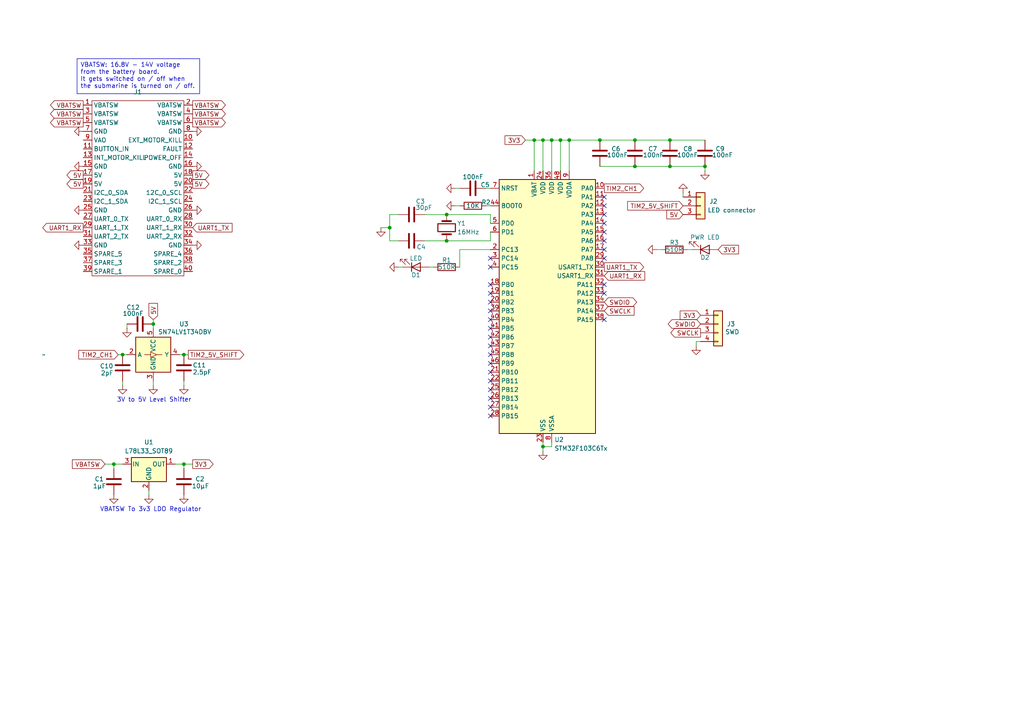
<source format=kicad_sch>
(kicad_sch (version 20231120) (generator "eeschema") (generator_version "8.0")
  (paper "A4")
  (lib_symbols
    (symbol "Connector_Generic:Conn_01x03" (pin_names (offset 1.016) hide)
      (property "Reference" "J" (at 0 5.08 0))
      (property "Value" "Conn_01x03" (at 0 -5.08 0))
      (symbol "Conn_01x03_1_1"
        (rectangle (start -1.27 -2.413) (end 0 -2.667) (stroke (width 0.1524)))
        (rectangle (start -1.27 0.127) (end 0 -0.127) (stroke (width 0.1524)))
        (rectangle (start -1.27 2.667) (end 0 2.413) (stroke (width 0.1524)))
        (rectangle (start -1.27 3.81) (end 1.27 -3.81) (stroke (width 0.254)) (fill (type background)))
        (pin passive line (at -5.08 2.54 0) (length 3.81) (name "Pin_1") (number "1"))
        (pin passive line (at -5.08 0 0) (length 3.81) (name "Pin_2") (number "2"))
        (pin passive line (at -5.08 -2.54 0) (length 3.81) (name "Pin_3") (number "3"))
      )
    )
    (symbol "Connector_Generic:Conn_01x04" (pin_names (offset 1.016) hide)
      (property "Reference" "J" (at 0 5.08 0))
      (property "Value" "Conn_01x04" (at 0 -7.62 0))
      (symbol "Conn_01x04_1_1"
        (rectangle (start -1.27 -4.953) (end 0 -5.207) (stroke (width 0.1524)))
        (rectangle (start -1.27 -2.413) (end 0 -2.667) (stroke (width 0.1524)))
        (rectangle (start -1.27 0.127) (end 0 -0.127) (stroke (width 0.1524)))
        (rectangle (start -1.27 2.667) (end 0 2.413) (stroke (width 0.1524)))
        (rectangle (start -1.27 3.81) (end 1.27 -6.35) (stroke (width 0.254)) (fill (type background)))
        (pin passive line (at -5.08 2.54 0) (length 3.81) (name "Pin_1") (number "1"))
        (pin passive line (at -5.08 0 0) (length 3.81) (name "Pin_2") (number "2"))
        (pin passive line (at -5.08 -2.54 0) (length 3.81) (name "Pin_3") (number "3"))
        (pin passive line (at -5.08 -5.08 0) (length 3.81) (name "Pin_4") (number "4"))
      )
    )
    (symbol "Device:C" (pin_numbers hide) (pin_names (offset 0.254))
      (property "Reference" "C" (at 0.635 2.54 0))
      (property "Value" "C" (at 0.635 -2.54 0))
      (symbol "C_0_1"
        (polyline (pts (xy -2.032 -0.762) (xy 2.032 -0.762)) (stroke (width 0.508)))
        (polyline (pts (xy -2.032 0.762) (xy 2.032 0.762)) (stroke (width 0.508)))
      )
      (symbol "C_1_1"
        (pin passive line (at 0 3.81 270) (length 2.794) (name "~") (number "1"))
        (pin passive line (at 0 -3.81 90) (length 2.794) (name "~") (number "2"))
      )
    )
    (symbol "Device:Crystal" (pin_numbers hide) (pin_names (offset 1.016) hide)
      (property "Reference" "Y" (at 0 3.81 0))
      (property "Value" "Crystal" (at 0 -3.81 0))
      (symbol "Crystal_0_1"
        (rectangle (start -1.143 2.54) (end 1.143 -2.54) (stroke (width 0.3048)))
        (polyline (pts (xy -2.54 0) (xy -1.905 0)))
        (polyline (pts (xy -1.905 -1.27) (xy -1.905 1.27)) (stroke (width 0.508)))
        (polyline (pts (xy 1.905 -1.27) (xy 1.905 1.27)) (stroke (width 0.508)))
        (polyline (pts (xy 2.54 0) (xy 1.905 0)))
      )
      (symbol "Crystal_1_1"
        (pin passive line (at -3.81 0 0) (length 1.27) (name "1") (number "1"))
        (pin passive line (at 3.81 0 180) (length 1.27) (name "2") (number "2"))
      )
    )
    (symbol "Device:LED" (pin_numbers hide) (pin_names (offset 1.016) hide)
      (property "Reference" "D" (at 0 2.54 0))
      (property "Value" "LED" (at 0 -2.54 0))
      (symbol "LED_0_1"
        (polyline (pts (xy -1.27 -1.27) (xy -1.27 1.27)) (stroke (width 0.254)))
        (polyline (pts (xy -1.27 0) (xy 1.27 0)))
        (polyline (pts (xy 1.27 -1.27) (xy 1.27 1.27) (xy -1.27 0) (xy 1.27 -1.27)) (stroke (width 0.254)))
        (polyline (pts (xy -3.048 -0.762) (xy -4.572 -2.286) (xy -3.81 -2.286) (xy -4.572 -2.286) (xy -4.572 -1.524)))
        (polyline (pts (xy -1.778 -0.762) (xy -3.302 -2.286) (xy -2.54 -2.286) (xy -3.302 -2.286) (xy -3.302 -1.524)))
      )
      (symbol "LED_1_1"
        (pin passive line (at -3.81 0 0) (length 2.54) (name "K") (number "1"))
        (pin passive line (at 3.81 0 180) (length 2.54) (name "A") (number "2"))
      )
    )
    (symbol "Device:R" (pin_numbers hide) (pin_names (offset 0))
      (property "Reference" "R" (at 2.032 0 90))
      (property "Value" "R" (at 0 0 90))
      (symbol "R_0_1"
        (rectangle (start -1.016 -2.54) (end 1.016 2.54) (stroke (width 0.254)))
      )
      (symbol "R_1_1"
        (pin passive line (at 0 3.81 270) (length 1.27) (name "~") (number "1"))
        (pin passive line (at 0 -3.81 90) (length 1.27) (name "~") (number "2"))
      )
    )
    (symbol "GND_1" (power) (pin_numbers hide) (pin_names (offset 0) hide)
      (property "Value" "GND" (at 0 -3.81 0))
      (symbol "GND_1_0_1"
        (polyline (pts (xy 0 0) (xy 0 -1.27) (xy 1.27 -1.27) (xy 0 -2.54) (xy -1.27 -1.27) (xy 0 -1.27)))
      )
      (symbol "GND_1_1_1"
        (pin power_in line (at 0 0 270) (length 0) (name "~") (number "1"))
      )
    )
    (symbol "Logic_LevelTranslator:SN74LV1T34DBV"
      (property "Reference" "U" (at 5.08 6.35 0))
      (property "Value" "SN74LV1T34DBV" (at 5.08 3.81 0))
      (symbol "SN74LV1T34DBV_0_1"
        (rectangle (start -5.08 5.08) (end 5.08 -5.08) (stroke (width 0.254)) (fill (type background)))
        (polyline (pts (xy -0.762 0) (xy -2.54 0)))
        (polyline (pts (xy 1.016 0) (xy 2.54 0)))
      )
      (symbol "SN74LV1T34DBV_1_1"
        (polyline (pts (xy -0.762 -0.762) (xy -0.762 0.762) (xy 1.016 0) (xy -0.762 -0.762)))
        (pin no_connect line (at -5.08 2.54 0) (length 2.54) hide (name "NC") (number "1"))
        (pin input line (at -7.62 0 0) (length 2.54) (name "A") (number "2"))
        (pin power_in line (at 0 -7.62 90) (length 2.54) (name "GND") (number "3"))
        (pin output line (at 7.62 0 180) (length 2.54) (name "Y") (number "4"))
        (pin power_in line (at 0 7.62 270) (length 2.54) (name "VCC") (number "5"))
      )
    )
    (symbol "MCU_ST_STM32F1:STM32F103C6Tx"
      (property "Reference" "U" (at -12.7 39.37 0))
      (property "Value" "STM32F103C6Tx" (at 10.16 39.37 0))
      (symbol "STM32F103C6Tx_0_1"
        (rectangle (start -12.7 -35.56) (end 15.24 38.1) (stroke (width 0.254)) (fill (type background)))
      )
      (symbol "STM32F103C6Tx_1_1"
        (pin power_in line (at -2.54 40.64 270) (length 2.54) (name "VBAT") (number "1"))
        (pin bidirectional line (at 17.78 35.56 180) (length 2.54) (name "PA0") (number "10"))
        (pin bidirectional line (at 17.78 33.02 180) (length 2.54) (name "PA1") (number "11"))
        (pin bidirectional line (at 17.78 30.48 180) (length 2.54) (name "PA2") (number "12"))
        (pin bidirectional line (at 17.78 27.94 180) (length 2.54) (name "PA3") (number "13"))
        (pin bidirectional line (at 17.78 25.4 180) (length 2.54) (name "PA4") (number "14"))
        (pin bidirectional line (at 17.78 22.86 180) (length 2.54) (name "PA5") (number "15"))
        (pin bidirectional line (at 17.78 20.32 180) (length 2.54) (name "PA6") (number "16"))
        (pin bidirectional line (at 17.78 17.78 180) (length 2.54) (name "PA7") (number "17"))
        (pin bidirectional line (at -15.24 7.62 0) (length 2.54) (name "PB0") (number "18"))
        (pin bidirectional line (at -15.24 5.08 0) (length 2.54) (name "PB1") (number "19"))
        (pin bidirectional line (at -15.24 17.78 0) (length 2.54) (name "PC13") (number "2"))
        (pin bidirectional line (at -15.24 2.54 0) (length 2.54) (name "PB2") (number "20"))
        (pin bidirectional line (at -15.24 -17.78 0) (length 2.54) (name "PB10") (number "21"))
        (pin bidirectional line (at -15.24 -20.32 0) (length 2.54) (name "PB11") (number "22"))
        (pin power_in line (at 0 -38.1 90) (length 2.54) (name "VSS") (number "23"))
        (pin power_in line (at 0 40.64 270) (length 2.54) (name "VDD") (number "24"))
        (pin bidirectional line (at -15.24 -22.86 0) (length 2.54) (name "PB12") (number "25"))
        (pin bidirectional line (at -15.24 -25.4 0) (length 2.54) (name "PB13") (number "26"))
        (pin bidirectional line (at -15.24 -27.94 0) (length 2.54) (name "PB14") (number "27"))
        (pin bidirectional line (at -15.24 -30.48 0) (length 2.54) (name "PB15") (number "28"))
        (pin bidirectional line (at 17.78 15.24 180) (length 2.54) (name "PA8") (number "29"))
        (pin bidirectional line (at -15.24 15.24 0) (length 2.54) (name "PC14") (number "3"))
        (pin bidirectional line (at 17.78 12.7 180) (length 2.54) (name "PA9") (number "30") (alternate "USART1_TX" bidirectional line))
        (pin bidirectional line (at 17.78 10.16 180) (length 2.54) (name "PA10") (number "31") (alternate "USART1_RX" bidirectional line))
        (pin bidirectional line (at 17.78 7.62 180) (length 2.54) (name "PA11") (number "32") (alternate "" input line) (alternate "" input line))
        (pin bidirectional line (at 17.78 5.08 180) (length 2.54) (name "PA12") (number "33"))
        (pin bidirectional line (at 17.78 2.54 180) (length 2.54) (name "PA13") (number "34"))
        (pin passive line (at 0 -38.1 90) (length 2.54) hide (name "VSS") (number "35"))
        (pin power_in line (at 2.54 40.64 270) (length 2.54) (name "VDD") (number "36"))
        (pin bidirectional line (at 17.78 0 180) (length 2.54) (name "PA14") (number "37"))
        (pin bidirectional line (at 17.78 -2.54 180) (length 2.54) (name "PA15") (number "38"))
        (pin bidirectional line (at -15.24 0 0) (length 2.54) (name "PB3") (number "39"))
        (pin bidirectional line (at -15.24 12.7 0) (length 2.54) (name "PC15") (number "4"))
        (pin bidirectional line (at -15.24 -2.54 0) (length 2.54) (name "PB4") (number "40"))
        (pin bidirectional line (at -15.24 -5.08 0) (length 2.54) (name "PB5") (number "41"))
        (pin bidirectional line (at -15.24 -7.62 0) (length 2.54) (name "PB6") (number "42") (alternate "USART1_TX" bidirectional line))
        (pin bidirectional line (at -15.24 -10.16 0) (length 2.54) (name "PB7") (number "43") (alternate "USART1_RX" bidirectional line))
        (pin input line (at -15.24 30.48 0) (length 2.54) (name "BOOT0") (number "44"))
        (pin bidirectional line (at -15.24 -12.7 0) (length 2.54) (name "PB8") (number "45"))
        (pin bidirectional line (at -15.24 -15.24 0) (length 2.54) (name "PB9") (number "46"))
        (pin passive line (at 0 -38.1 90) (length 2.54) hide (name "VSS") (number "47"))
        (pin power_in line (at 5.08 40.64 270) (length 2.54) (name "VDD") (number "48"))
        (pin bidirectional line (at -15.24 25.4 0) (length 2.54) (name "PD0") (number "5"))
        (pin bidirectional line (at -15.24 22.86 0) (length 2.54) (name "PD1") (number "6"))
        (pin input line (at -15.24 35.56 0) (length 2.54) (name "NRST") (number "7"))
        (pin power_in line (at 2.54 -38.1 90) (length 2.54) (name "VSSA") (number "8"))
        (pin power_in line (at 7.62 40.64 270) (length 2.54) (name "VDDA") (number "9"))
      )
    )
    (symbol "Mechatronics 40Pin:02x20_2.54mm"
      (property "Reference" "J" (at 0 0 0))
      (symbol "02x20_2.54mm_1_1"
        (rectangle (start 13.97 73.66) (end 40.64 22.86))
        (pin passive line (at 11.43 72.39 0) (length 2.54) (name "VBATSW") (number "1"))
        (pin passive line (at 43.18 62.23 180) (length 2.54) (name "EXT_MOTOR_KILL") (number "10"))
        (pin passive line (at 11.43 59.69 0) (length 2.54) (name "BUTTON_IN") (number "11"))
        (pin passive line (at 43.18 59.69 180) (length 2.54) (name "FAULT") (number "12"))
        (pin passive line (at 11.43 57.15 0) (length 2.54) (name "INT_MOTOR_KILL") (number "13"))
        (pin passive line (at 43.18 57.15 180) (length 2.54) (name "POWER_OFF") (number "14"))
        (pin passive line (at 11.43 54.61 0) (length 2.54) (name "GND") (number "15"))
        (pin passive line (at 43.18 54.61 180) (length 2.54) (name "GND") (number "16"))
        (pin passive line (at 11.43 52.07 0) (length 2.54) (name "5V") (number "17"))
        (pin passive line (at 43.18 52.07 180) (length 2.54) (name "5V") (number "18"))
        (pin passive line (at 11.43 49.53 0) (length 2.54) (name "5V") (number "19"))
        (pin passive line (at 43.18 72.39 180) (length 2.54) (name "VBATSW") (number "2"))
        (pin passive line (at 43.18 49.53 180) (length 2.54) (name "5V") (number "20"))
        (pin passive line (at 11.43 46.99 0) (length 2.54) (name "I2C_0_SDA") (number "21"))
        (pin passive line (at 43.18 46.99 180) (length 2.54) (name "12C_0_SCL") (number "22"))
        (pin passive line (at 11.43 44.45 0) (length 2.54) (name "I2C_1_SDA") (number "23"))
        (pin passive line (at 43.18 44.45 180) (length 2.54) (name "I2C_1_SCL") (number "24"))
        (pin passive line (at 11.43 41.91 0) (length 2.54) (name "GND") (number "25"))
        (pin passive line (at 43.18 41.91 180) (length 2.54) (name "GND") (number "26"))
        (pin passive line (at 11.43 39.37 0) (length 2.54) (name "UART_0_TX") (number "27"))
        (pin passive line (at 43.18 39.37 180) (length 2.54) (name "UART_0_RX") (number "28"))
        (pin passive line (at 11.43 36.83 0) (length 2.54) (name "UART_1_TX") (number "29"))
        (pin passive line (at 11.43 69.85 0) (length 2.54) (name "VBATSW") (number "3"))
        (pin passive line (at 43.18 36.83 180) (length 2.54) (name "UART_1_RX") (number "30"))
        (pin passive line (at 11.43 34.29 0) (length 2.54) (name "UART_2_TX") (number "31"))
        (pin passive line (at 43.18 34.29 180) (length 2.54) (name "UART_2_RX") (number "32"))
        (pin passive line (at 11.43 31.75 0) (length 2.54) (name "GND") (number "33"))
        (pin passive line (at 43.18 31.75 180) (length 2.54) (name "GND") (number "34"))
        (pin passive line (at 11.43 29.21 0) (length 2.54) (name "SPARE_5") (number "35"))
        (pin passive line (at 43.18 29.21 180) (length 2.54) (name "SPARE_4") (number "36"))
        (pin passive line (at 11.43 26.67 0) (length 2.54) (name "SPARE_3") (number "37"))
        (pin passive line (at 43.18 26.67 180) (length 2.54) (name "SPARE_2") (number "38"))
        (pin passive line (at 11.43 24.13 0) (length 2.54) (name "SPARE_1") (number "39"))
        (pin passive line (at 43.18 69.85 180) (length 2.54) (name "VBATSW") (number "4"))
        (pin passive line (at 43.18 24.13 180) (length 2.54) (name "SPARE_0") (number "40"))
        (pin passive line (at 11.43 67.31 0) (length 2.54) (name "VBATSW") (number "5"))
        (pin passive line (at 43.18 67.31 180) (length 2.54) (name "VBATSW") (number "6"))
        (pin passive line (at 11.43 64.77 0) (length 2.54) (name "GND") (number "7"))
        (pin passive line (at 43.18 64.77 180) (length 2.54) (name "GND") (number "8"))
        (pin passive line (at 11.43 62.23 0) (length 2.54) (name "VAO") (number "9"))
      )
    )
    (symbol "Regulator_Linear:L78L33_SOT89" (pin_names (offset 0.254))
      (property "Reference" "U" (at -3.81 3.175 0))
      (property "Value" "L78L33_SOT89" (at -0.635 3.175 0))
      (symbol "L78L33_SOT89_0_1"
        (rectangle (start -5.08 1.905) (end 5.08 -5.08) (stroke (width 0.254)) (fill (type background)))
      )
      (symbol "L78L33_SOT89_1_1"
        (pin power_out line (at 7.62 0 180) (length 2.54) (name "OUT") (number "1"))
        (pin power_in line (at 0 -7.62 90) (length 2.54) (name "GND") (number "2"))
        (pin power_in line (at -7.62 0 0) (length 2.54) (name "IN") (number "3"))
      )
    )
    (symbol "power:GND" (power) (pin_names (offset 0))
      (property "Value" "GND" (at 0 -3.81 0))
      (symbol "GND_0_1"
        (polyline (pts (xy 0 0) (xy 0 -1.27) (xy 1.27 -1.27) (xy 0 -2.54) (xy -1.27 -1.27) (xy 0 -1.27)))
      )
      (symbol "GND_1_1"
        (pin power_in line (at 0 0 270) (length 0) hide (name "GND") (number "1"))
      )
    )
  )
  (junction (at 53.34 102.87))
  (junction (at 165.1 40.64))
  (junction (at 154.94 40.64))
  (junction (at 129.54 69.85))
  (junction (at 129.54 62.23))
  (junction (at 113.03 66.04))
  (junction (at 53.34 134.62))
  (junction (at 194.31 48.26))
  (junction (at 160.02 40.64))
  (junction (at 157.48 129.54))
  (junction (at 33.02 134.62))
  (junction (at 184.15 48.26))
  (junction (at 194.31 40.64))
  (junction (at 44.45 93.98))
  (junction (at 157.48 40.64))
  (junction (at 35.56 102.87))
  (junction (at 173.99 40.64))
  (junction (at 162.56 40.64))
  (junction (at 204.47 48.26))
  (junction (at 184.15 40.64))
  (no_connect (at 175.26 62.23))
  (no_connect (at 175.26 57.15))
  (no_connect (at 142.24 118.11))
  (no_connect (at 142.24 95.25))
  (no_connect (at 142.24 115.57))
  (no_connect (at 175.26 72.39))
  (no_connect (at 175.26 85.09))
  (no_connect (at 142.24 105.41))
  (no_connect (at 175.26 74.93))
  (no_connect (at 142.24 107.95))
  (no_connect (at 142.24 100.33))
  (no_connect (at 175.26 92.71))
  (no_connect (at 175.26 59.69))
  (no_connect (at 142.24 85.09))
  (no_connect (at 142.24 90.17))
  (no_connect (at 142.24 77.47))
  (no_connect (at 175.26 69.85))
  (no_connect (at 142.24 82.55))
  (no_connect (at 175.26 64.77))
  (no_connect (at 142.24 113.03))
  (no_connect (at 142.24 97.79))
  (no_connect (at 142.24 74.93))
  (no_connect (at 175.26 67.31))
  (no_connect (at 142.24 120.65))
  (no_connect (at 175.26 82.55))
  (no_connect (at 142.24 92.71))
  (no_connect (at 142.24 110.49))
  (no_connect (at 142.24 87.63))
  (no_connect (at 142.24 102.87))
  (wire (pts (xy 132.08 59.69) (xy 133.35 59.69)))
  (wire (pts (xy 133.35 72.39) (xy 133.35 77.47)))
  (wire (pts (xy 160.02 129.54) (xy 160.02 128.27)))
  (wire (pts (xy 115.57 77.47) (xy 116.84 77.47)))
  (wire (pts (xy 140.97 54.61) (xy 142.24 54.61)))
  (wire (pts (xy 173.99 48.26) (xy 184.15 48.26)))
  (wire (pts (xy 115.57 62.23) (xy 113.03 62.23)))
  (wire (pts (xy 142.24 62.23) (xy 142.24 64.77)))
  (wire (pts (xy 194.31 48.26) (xy 204.47 48.26)))
  (wire (pts (xy 154.94 49.53) (xy 154.94 40.64)))
  (wire (pts (xy 162.56 40.64) (xy 162.56 49.53)))
  (wire (pts (xy 53.34 134.62) (xy 55.88 134.62)))
  (wire (pts (xy 113.03 66.04) (xy 113.03 69.85)))
  (wire (pts (xy 160.02 40.64) (xy 162.56 40.64)))
  (wire (pts (xy 113.03 69.85) (xy 115.57 69.85)))
  (wire (pts (xy 35.56 110.49) (xy 35.56 111.76)))
  (wire (pts (xy 30.48 134.62) (xy 33.02 134.62)))
  (wire (pts (xy 113.03 62.23) (xy 113.03 66.04)))
  (wire (pts (xy 199.39 72.39) (xy 200.66 72.39)))
  (wire (pts (xy 44.45 92.71) (xy 44.45 93.98)))
  (wire (pts (xy 165.1 40.64) (xy 173.99 40.64)))
  (wire (pts (xy 43.18 142.24) (xy 43.18 143.51)))
  (wire (pts (xy 129.54 62.23) (xy 142.24 62.23)))
  (wire (pts (xy 157.48 128.27) (xy 157.48 129.54)))
  (wire (pts (xy 133.35 72.39) (xy 142.24 72.39)))
  (wire (pts (xy 162.56 40.64) (xy 165.1 40.64)))
  (wire (pts (xy 36.83 93.98) (xy 36.83 95.25)))
  (wire (pts (xy 160.02 40.64) (xy 160.02 49.53)))
  (wire (pts (xy 157.48 40.64) (xy 160.02 40.64)))
  (wire (pts (xy 184.15 48.26) (xy 194.31 48.26)))
  (wire (pts (xy 53.34 110.49) (xy 53.34 111.76)))
  (wire (pts (xy 173.99 40.64) (xy 184.15 40.64)))
  (wire (pts (xy 44.45 93.98) (xy 44.45 95.25)))
  (wire (pts (xy 154.94 40.64) (xy 157.48 40.64)))
  (wire (pts (xy 157.48 40.64) (xy 157.48 49.53)))
  (wire (pts (xy 142.24 69.85) (xy 142.24 67.31)))
  (wire (pts (xy 34.29 102.87) (xy 35.56 102.87)))
  (wire (pts (xy 198.12 55.88) (xy 198.12 57.15)))
  (wire (pts (xy 132.08 54.61) (xy 133.35 54.61)))
  (wire (pts (xy 53.34 102.87) (xy 54.61 102.87)))
  (wire (pts (xy 123.19 62.23) (xy 129.54 62.23)))
  (wire (pts (xy 52.07 102.87) (xy 53.34 102.87)))
  (wire (pts (xy 129.54 69.85) (xy 142.24 69.85)))
  (wire (pts (xy 184.15 40.64) (xy 194.31 40.64)))
  (wire (pts (xy 35.56 134.62) (xy 33.02 134.62)))
  (wire (pts (xy 152.4 40.64) (xy 154.94 40.64)))
  (wire (pts (xy 140.97 59.69) (xy 142.24 59.69)))
  (wire (pts (xy 53.34 134.62) (xy 53.34 135.89)))
  (wire (pts (xy 110.49 66.04) (xy 113.03 66.04)))
  (wire (pts (xy 165.1 40.64) (xy 165.1 49.53)))
  (wire (pts (xy 44.45 110.49) (xy 44.45 111.76)))
  (wire (pts (xy 204.47 48.26) (xy 204.47 49.53)))
  (wire (pts (xy 35.56 102.87) (xy 36.83 102.87)))
  (wire (pts (xy 157.48 129.54) (xy 157.48 130.81)))
  (wire (pts (xy 123.19 69.85) (xy 129.54 69.85)))
  (wire (pts (xy 33.02 134.62) (xy 33.02 135.89)))
  (wire (pts (xy 194.31 40.64) (xy 204.47 40.64)))
  (wire (pts (xy 201.93 99.06) (xy 201.93 100.33)))
  (wire (pts (xy 203.2 99.06) (xy 201.93 99.06)))
  (wire (pts (xy 157.48 129.54) (xy 160.02 129.54)))
  (wire (pts (xy 50.8 134.62) (xy 53.34 134.62)))
  (wire (pts (xy 190.5 72.39) (xy 191.77 72.39)))
  (wire (pts (xy 124.46 77.47) (xy 125.73 77.47)))
  (text_box "VBATSW: 16.8V - 14V voltage from the battery board.\nIt gets switched on / off when the submarine is turned on / off." (at 22.352 17.018 0) (size 35.56 10.16) (effects (font (size 1.27 1.27)) (justify left top)))
  (text "3V to 5V Level Shifter" (at 44.704 116.078 0) (effects (font (size 1.27 1.27))))
  (text "VBATSW To 3v3 LDO Regulator\n" (at 43.688 147.828 0) (effects (font (size 1.27 1.27))))
  (global_label "SWDIO" (shape bidirectional) (at 203.2 93.98 180) (property "Intersheetrefs" "${INTERSHEET_REFS}" (effects (hide yes))))
  (global_label "VBATSW" (shape output) (at 24.13 30.48 180) (property "Intersheetrefs" "${INTERSHEET_REFS}" (effects (hide yes))))
  (global_label "3V3" (shape input) (at 208.28 72.39 0) (property "Intersheetrefs" "${INTERSHEET_REFS}" (effects (hide yes))))
  (global_label "UART1_TX" (shape output) (at 175.26 77.47 0) (property "Intersheetrefs" "${INTERSHEET_REFS}" (effects (hide yes))))
  (global_label "TIM2_5V_SHIFT" (shape input) (at 198.12 59.69 180) (property "Intersheetrefs" "${INTERSHEET_REFS}" (effects (hide yes))))
  (global_label "5V" (shape input) (at 198.12 62.23 180) (property "Intersheetrefs" "${INTERSHEET_REFS}" (effects (hide yes))))
  (global_label "5V" (shape output) (at 55.88 50.8 0) (property "Intersheetrefs" "${INTERSHEET_REFS}" (effects (hide yes))))
  (global_label "UART1_TX" (shape input) (at 55.88 66.04 0) (property "Intersheetrefs" "${INTERSHEET_REFS}" (effects (hide yes))))
  (global_label "VBATSW" (shape output) (at 55.88 30.48 0) (property "Intersheetrefs" "${INTERSHEET_REFS}" (effects (hide yes))))
  (global_label "5V" (shape output) (at 55.88 53.34 0) (property "Intersheetrefs" "${INTERSHEET_REFS}" (effects (hide yes))))
  (global_label "5V" (shape output) (at 24.13 53.34 180) (property "Intersheetrefs" "${INTERSHEET_REFS}" (effects (hide yes))))
  (global_label "SWCLK" (shape output) (at 203.2 96.52 180) (property "Intersheetrefs" "${INTERSHEET_REFS}" (effects (hide yes))))
  (global_label "TIM2_5V_SHIFT" (shape output) (at 54.61 102.87 0) (property "Intersheetrefs" "${INTERSHEET_REFS}" (effects (hide yes))))
  (global_label "5V" (shape input) (at 44.45 92.71 90) (property "Intersheetrefs" "${INTERSHEET_REFS}" (effects (hide yes))))
  (global_label "TIM2_CH1" (shape input) (at 34.29 102.87 180) (property "Intersheetrefs" "${INTERSHEET_REFS}" (effects (hide yes))))
  (global_label "VBATSW" (shape output) (at 55.88 33.02 0) (property "Intersheetrefs" "${INTERSHEET_REFS}" (effects (hide yes))))
  (global_label "VBATSW" (shape output) (at 24.13 33.02 180) (property "Intersheetrefs" "${INTERSHEET_REFS}" (effects (hide yes))))
  (global_label "VBATSW" (shape input) (at 30.48 134.62 180) (property "Intersheetrefs" "${INTERSHEET_REFS}" (effects (hide yes))))
  (global_label "VBATSW" (shape output) (at 55.88 35.56 0) (property "Intersheetrefs" "${INTERSHEET_REFS}" (effects (hide yes))))
  (global_label "SWDIO" (shape bidirectional) (at 175.26 87.63 0) (property "Intersheetrefs" "${INTERSHEET_REFS}" (effects (hide yes))))
  (global_label "SWCLK" (shape input) (at 175.26 90.17 0) (property "Intersheetrefs" "${INTERSHEET_REFS}" (effects (hide yes))))
  (global_label "5V" (shape output) (at 24.13 50.8 180) (property "Intersheetrefs" "${INTERSHEET_REFS}" (effects (hide yes))))
  (global_label "3V3" (shape input) (at 152.4 40.64 180) (property "Intersheetrefs" "${INTERSHEET_REFS}" (effects (hide yes))))
  (global_label "UART1_RX" (shape input) (at 175.26 80.01 0) (property "Intersheetrefs" "${INTERSHEET_REFS}" (effects (hide yes))))
  (global_label "3V3" (shape output) (at 55.88 134.62 0) (property "Intersheetrefs" "${INTERSHEET_REFS}" (effects (hide yes))))
  (global_label "TIM2_CH1" (shape output) (at 175.26 54.61 0) (property "Intersheetrefs" "${INTERSHEET_REFS}" (effects (hide yes))))
  (global_label "3V3" (shape input) (at 203.2 91.44 180) (property "Intersheetrefs" "${INTERSHEET_REFS}" (effects (hide yes))))
  (global_label "VBATSW" (shape output) (at 24.13 35.56 180) (property "Intersheetrefs" "${INTERSHEET_REFS}" (effects (hide yes))))
  (global_label "UART1_RX" (shape output) (at 24.13 66.04 180) (property "Intersheetrefs" "${INTERSHEET_REFS}" (effects (hide yes))))
  (symbol (lib_id "power:GND") (at 24.13 48.26 270) (unit 1)
    (property "Reference" "#PWR02" (effects (hide yes)))
    (property "Value" "GND" (effects (hide yes)))
  )
  (symbol (lib_id "Device:C") (at 53.34 139.7 0) (unit 1)
    (property "Reference" "C2" (at 56.642 138.938 0) (effects (justify left)))
    (property "Value" "10μF" (at 55.626 140.97 0) (effects (justify left)))
    (property "Footprint" "Capacitor_SMD:C_0805_2012Metric" (effects (hide yes)))
    (property "Description" "Unpolarized capacitor" (effects (hide yes)))
  )
  (symbol (lib_id "Device:C") (at 194.31 44.45 0) (unit 1)
    (property "Reference" "C8" (at 198.12 43.1799 0) (effects (justify left)))
    (property "Value" "100nF" (at 196.342 44.958 0) (effects (justify left)))
    (property "Footprint" "Capacitor_SMD:C_0603_1608Metric" (effects (hide yes)))
    (property "Description" "Unpolarized capacitor" (effects (hide yes)))
  )
  (symbol (lib_id "power:GND") (at 33.02 143.51 0) (unit 1)
    (property "Reference" "#PWR09" (effects (hide yes)))
    (property "Value" "GND" (effects (hide yes)))
    (property "Description" "Power symbol creates a global label with name \"GND\" , ground" (effects (hide yes)))
  )
  (symbol (lib_name "GND_1") (lib_id "power:GND") (at 36.83 95.25 0) (unit 1)
    (property "Reference" "#PWR024" (effects (hide yes)))
    (property "Value" "GND" (effects (hide yes)))
    (property "Description" "Power symbol creates a global label with name \"GND\" , ground" (effects (hide yes)))
  )
  (symbol (lib_id "Device:C") (at 119.38 62.23 90) (unit 1)
    (property "Reference" "C3" (at 121.92 58.42 90))
    (property "Value" "30pF" (at 122.936 60.198 90))
    (property "Footprint" "Capacitor_SMD:C_0805_2012Metric" (effects (hide yes)))
    (property "Description" "Unpolarized capacitor" (effects (hide yes)))
  )
  (symbol (lib_id "Device:R") (at 195.58 72.39 270) (unit 1)
    (property "Reference" "R3" (at 195.58 70.358 90))
    (property "Value" "510R" (at 195.58 72.39 90))
    (property "Footprint" "Resistor_SMD:R_0805_2012Metric" (effects (hide yes)))
    (property "Description" "Resistor" (effects (hide yes)))
  )
  (symbol (lib_id "power:GND") (at 201.93 100.33 0) (unit 1)
    (property "Reference" "#PWR019" (effects (hide yes)))
    (property "Value" "GND" (effects (hide yes)))
    (property "Description" "Power symbol creates a global label with name \"GND\" , ground" (effects (hide yes)))
  )
  (symbol (lib_id "Device:C") (at 33.02 139.7 0) (unit 1)
    (property "Reference" "C1" (at 27.432 138.938 0) (effects (justify left)))
    (property "Value" "1μF" (at 26.924 140.97 0) (effects (justify left)))
    (property "Footprint" "Capacitor_SMD:C_0805_2012Metric" (effects (hide yes)))
    (property "Description" "Unpolarized capacitor" (effects (hide yes)))
  )
  (symbol (lib_id "power:GND") (at 132.08 54.61 270) (unit 1)
    (property "Reference" "#PWR014" (effects (hide yes)))
    (property "Value" "GND" (effects (hide yes)))
    (property "Description" "Power symbol creates a global label with name \"GND\" , ground" (effects (hide yes)))
  )
  (symbol (lib_id "power:GND") (at 53.34 143.51 0) (unit 1)
    (property "Reference" "#PWR011" (effects (hide yes)))
    (property "Value" "GND" (effects (hide yes)))
    (property "Description" "Power symbol creates a global label with name \"GND\" , ground" (effects (hide yes)))
  )
  (symbol (lib_id "Device:LED") (at 204.47 72.39 0) (mirror x) (unit 1)
    (property "Reference" "D2" (at 204.47 74.676 0))
    (property "Value" "PWR LED" (at 204.47 68.834 0))
    (property "Footprint" "LED_SMD:LED_0805_2012Metric" (effects (hide yes)))
    (property "Description" "Light emitting diode" (effects (hide yes)))
  )
  (symbol (lib_id "power:GND") (at 204.47 49.53 0) (unit 1)
    (property "Reference" "#PWR020" (effects (hide yes)))
    (property "Value" "GND" (effects (hide yes)))
    (property "Description" "Power symbol creates a global label with name \"GND\" , ground" (effects (hide yes)))
  )
  (symbol (lib_id "power:GND") (at 55.88 48.26 90) (unit 1)
    (property "Reference" "#PWR06" (effects (hide yes)))
    (property "Value" "GND" (effects (hide yes)))
  )
  (symbol (lib_id "power:GND") (at 55.88 60.96 90) (unit 1)
    (property "Reference" "#PWR07" (effects (hide yes)))
    (property "Value" "GND" (effects (hide yes)))
  )
  (symbol (lib_id "MCU_ST_STM32F1:STM32F103C6Tx") (at 157.48 90.17 0) (unit 1)
    (property "Reference" "U2" (at 160.782 127.508 0) (effects (justify left)))
    (property "Value" "STM32F103C6Tx" (at 160.782 130.048 0) (effects (justify left)))
    (property "Footprint" "Package_QFP:LQFP-48_7x7mm_P0.5mm" (effects (hide yes)))
    (property "Datasheet" "https://www.st.com/resource/en/datasheet/stm32f103c6.pdf" (effects (hide yes)))
    (property "Description" "STMicroelectronics Arm Cortex-M3 MCU, 32KB flash, 10KB RAM, 72 MHz, 2.0-3.6V, 37 GPIO, LQFP48" (effects (hide yes)))
    (pin "30" (alternate "USART1_TX"))
    (pin "31" (alternate "USART1_RX"))
    (pin "32" (alternate "PA11"))
  )
  (symbol (lib_id "Logic_LevelTranslator:SN74LV1T34DBV") (at 44.45 102.87 0) (unit 1)
    (property "Reference" "U3" (at 53.34 93.98 0))
    (property "Value" "SN74LV1T34DBV" (at 53.594 96.266 0))
    (property "Footprint" "Package_TO_SOT_SMD:SOT-23-5" (effects (hide yes)))
    (property "Datasheet" "https://www.ti.com/lit/ds/symlink/sn74lv1t34.pdf" (effects (hide yes)))
    (property "Description" "Single Power Supply, Single Buffer GATE, CMOS Logic, Level Shifter, SOT-23-5" (effects (hide yes)))
  )
  (symbol (lib_id "power:GND") (at 24.13 60.96 270) (unit 1)
    (property "Reference" "#PWR03" (effects (hide yes)))
    (property "Value" "GND" (effects (hide yes)))
  )
  (symbol (lib_id "Device:LED") (at 120.65 77.47 0) (mirror x) (unit 1)
    (property "Reference" "D1" (at 120.65 79.756 0))
    (property "Value" "LED" (at 120.65 74.93 0))
    (property "Footprint" "LED_SMD:LED_0805_2012Metric" (effects (hide yes)))
    (property "Description" "Light emitting diode" (effects (hide yes)))
  )
  (symbol (lib_id "Device:C") (at 119.38 69.85 90) (unit 1)
    (property "Reference" "C4" (at 122.174 71.628 90))
    (property "Value" "30pF" (effects (hide yes)))
    (property "Footprint" "Capacitor_SMD:C_0805_2012Metric" (effects (hide yes)))
    (property "Description" "Unpolarized capacitor" (effects (hide yes)))
  )
  (symbol (lib_id "Connector_Generic:Conn_01x04") (at 208.28 93.98 0) (unit 1)
    (property "Reference" "J3" (at 210.82 93.9799 0) (effects (justify left)))
    (property "Value" "SWD" (at 210.312 96.266 0) (effects (justify left)))
    (property "Footprint" "Connector_PinSocket_2.54mm:PinSocket_1x04_P2.54mm_Vertical" (effects (hide yes)))
    (property "Description" "Generic connector, single row, 01x04, script generated (kicad-library-utils/schlib/autogen/connector/)" (effects (hide yes)))
  )
  (symbol (lib_id "Device:R") (at 137.16 59.69 270) (unit 1)
    (property "Reference" "R2" (at 140.97 58.674 90))
    (property "Value" "10K" (at 137.16 59.69 90))
    (property "Footprint" "Resistor_SMD:R_0805_2012Metric" (effects (hide yes)))
    (property "Description" "Resistor" (effects (hide yes)))
  )
  (symbol (lib_id "Device:C") (at 35.56 106.68 0) (unit 1)
    (property "Reference" "C10" (at 28.956 106.172 0) (effects (justify left)))
    (property "Value" "2pF" (at 29.21 108.204 0) (effects (justify left)))
    (property "Footprint" "Capacitor_SMD:C_0805_2012Metric" (effects (hide yes)))
    (property "Description" "Unpolarized capacitor" (effects (hide yes)))
  )
  (symbol (lib_id "power:GND") (at 115.57 77.47 270) (unit 1)
    (property "Reference" "#PWR013" (effects (hide yes)))
    (property "Value" "GND" (effects (hide yes)))
    (property "Description" "Power symbol creates a global label with name \"GND\" , ground" (effects (hide yes)))
  )
  (symbol (lib_id "Device:C") (at 40.64 93.98 90) (unit 1)
    (property "Reference" "C12" (at 38.608 89.154 90))
    (property "Value" "100nF" (at 38.608 90.932 90))
    (property "Footprint" "Capacitor_SMD:C_0603_1608Metric" (effects (hide yes)))
    (property "Description" "Unpolarized capacitor" (effects (hide yes)))
  )
  (symbol (lib_id "Connector_Generic:Conn_01x03") (at 203.2 59.69 0) (unit 1)
    (property "Reference" "J2" (at 205.74 58.4199 0) (effects (justify left)))
    (property "Value" "LED connector" (at 205.232 60.96 0) (effects (justify left)))
    (property "Footprint" "Connector_PinHeader_2.54mm:PinHeader_1x03_P2.54mm_Vertical" (effects (hide yes)))
    (property "Description" "Generic connector, single row, 01x03, script generated (kicad-library-utils/schlib/autogen/connector/)" (effects (hide yes)))
  )
  (symbol (lib_id "power:GND") (at 157.48 130.81 0) (unit 1)
    (property "Reference" "#PWR016" (effects (hide yes)))
    (property "Value" "GND" (effects (hide yes)))
    (property "Description" "Power symbol creates a global label with name \"GND\" , ground" (effects (hide yes)))
  )
  (symbol (lib_id "Mechatronics 40Pin:02x20_2.54mm") (at 12.7 102.87 0) (unit 1)
    (property "Reference" "J1" (at 40.005 26.67 0))
    (property "Value" "~" (at 12.7 102.87 0))
    (property "Footprint" "Connector_PinHeader_2.54mm:PinHeader_2x20_P2.54mm_Vertical" (effects (hide yes)))
  )
  (symbol (lib_name "GND_1") (lib_id "power:GND") (at 44.45 111.76 0) (unit 1)
    (property "Reference" "#PWR021" (effects (hide yes)))
    (property "Value" "GND" (effects (hide yes)))
    (property "Description" "Power symbol creates a global label with name \"GND\" , ground" (effects (hide yes)))
  )
  (symbol (lib_id "Device:C") (at 173.99 44.45 0) (unit 1)
    (property "Reference" "C6" (at 177.292 43.18 0) (effects (justify left)))
    (property "Value" "100nF" (at 176.022 44.958 0) (effects (justify left)))
    (property "Footprint" "Capacitor_SMD:C_0603_1608Metric" (effects (hide yes)))
    (property "Description" "Unpolarized capacitor" (effects (hide yes)))
  )
  (symbol (lib_id "Device:Crystal") (at 129.54 66.04 90) (unit 1)
    (property "Reference" "Y1" (at 132.588 64.77 90) (effects (justify right)))
    (property "Value" "16MHz" (at 132.588 67.31 90) (effects (justify right)))
    (property "Footprint" "Crystal:Crystal_HC49-4H_Vertical" (effects (hide yes)))
    (property "Description" "Two pin crystal" (effects (hide yes)))
  )
  (symbol (lib_name "GND_1") (lib_id "power:GND") (at 35.56 111.76 0) (unit 1)
    (property "Reference" "#PWR022" (effects (hide yes)))
    (property "Value" "GND" (effects (hide yes)))
    (property "Description" "Power symbol creates a global label with name \"GND\" , ground" (effects (hide yes)))
  )
  (symbol (lib_id "power:GND") (at 24.13 71.12 270) (unit 1)
    (property "Reference" "#PWR04" (effects (hide yes)))
    (property "Value" "GND" (effects (hide yes)))
  )
  (symbol (lib_id "Device:C") (at 184.15 44.45 0) (unit 1)
    (property "Reference" "C7" (at 187.96 43.1799 0) (effects (justify left)))
    (property "Value" "100nF" (at 186.436 44.958 0) (effects (justify left)))
    (property "Footprint" "Capacitor_SMD:C_0603_1608Metric" (effects (hide yes)))
    (property "Description" "Unpolarized capacitor" (effects (hide yes)))
  )
  (symbol (lib_id "Device:C") (at 137.16 54.61 90) (unit 1)
    (property "Reference" "C5" (at 140.716 53.594 90))
    (property "Value" "100nF" (at 137.16 51.308 90))
    (property "Footprint" "Capacitor_SMD:C_0603_1608Metric" (effects (hide yes)))
    (property "Description" "Unpolarized capacitor" (effects (hide yes)))
  )
  (symbol (lib_id "Device:R") (at 129.54 77.47 90) (unit 1)
    (property "Reference" "R1" (at 129.54 75.438 90))
    (property "Value" "510R" (at 129.54 77.47 90))
    (property "Footprint" "Resistor_SMD:R_0805_2012Metric" (effects (hide yes)))
    (property "Description" "Resistor" (effects (hide yes)))
  )
  (symbol (lib_id "power:GND") (at 24.13 38.1 270) (unit 1)
    (property "Reference" "#PWR01" (effects (hide yes)))
    (property "Value" "GND" (effects (hide yes)))
  )
  (symbol (lib_name "GND_1") (lib_id "power:GND") (at 53.34 111.76 0) (unit 1)
    (property "Reference" "#PWR023" (effects (hide yes)))
    (property "Value" "GND" (effects (hide yes)))
    (property "Description" "Power symbol creates a global label with name \"GND\" , ground" (effects (hide yes)))
  )
  (symbol (lib_id "Device:C") (at 53.34 106.68 0) (unit 1)
    (property "Reference" "C11" (at 55.88 105.9179 0) (effects (justify left)))
    (property "Value" "2.5pF" (at 55.88 107.95 0) (effects (justify left)))
    (property "Footprint" "Capacitor_SMD:C_0805_2012Metric" (effects (hide yes)))
    (property "Description" "Unpolarized capacitor" (effects (hide yes)))
  )
  (symbol (lib_id "power:GND") (at 55.88 71.12 90) (unit 1)
    (property "Reference" "#PWR08" (effects (hide yes)))
    (property "Value" "GND" (effects (hide yes)))
  )
  (symbol (lib_id "Device:C") (at 204.47 44.45 0) (unit 1)
    (property "Reference" "C9" (at 207.518 43.18 0) (effects (justify left)))
    (property "Value" "100nF" (at 206.502 44.9581 0) (effects (justify left)))
    (property "Footprint" "Capacitor_SMD:C_0603_1608Metric" (effects (hide yes)))
    (property "Description" "Unpolarized capacitor" (effects (hide yes)))
  )
  (symbol (lib_id "power:GND") (at 43.18 143.51 0) (unit 1)
    (property "Reference" "#PWR010" (effects (hide yes)))
    (property "Value" "GND" (effects (hide yes)))
    (property "Description" "Power symbol creates a global label with name \"GND\" , ground" (effects (hide yes)))
  )
  (symbol (lib_id "power:GND") (at 198.12 55.88 180) (unit 1)
    (property "Reference" "#PWR018" (effects (hide yes)))
    (property "Value" "GND" (effects (hide yes)))
    (property "Description" "Power symbol creates a global label with name \"GND\" , ground" (effects (hide yes)))
  )
  (symbol (lib_id "power:GND") (at 132.08 59.69 270) (unit 1)
    (property "Reference" "#PWR015" (effects (hide yes)))
    (property "Value" "GND" (effects (hide yes)))
    (property "Description" "Power symbol creates a global label with name \"GND\" , ground" (effects (hide yes)))
  )
  (symbol (lib_id "power:GND") (at 110.49 66.04 0) (unit 1)
    (property "Reference" "#PWR012" (effects (hide yes)))
    (property "Value" "GND" (effects (hide yes)))
    (property "Description" "Power symbol creates a global label with name \"GND\" , ground" (effects (hide yes)))
  )
  (symbol (lib_id "power:GND") (at 190.5 72.39 270) (unit 1)
    (property "Reference" "#PWR017" (effects (hide yes)))
    (property "Value" "GND" (effects (hide yes)))
    (property "Description" "Power symbol creates a global label with name \"GND\" , ground" (effects (hide yes)))
  )
  (symbol (lib_id "Regulator_Linear:L78L33_SOT89") (at 43.18 134.62 0) (unit 1)
    (property "Reference" "U1" (at 43.18 128.27 0))
    (property "Value" "L78L33_SOT89" (at 43.18 130.81 0))
    (property "Footprint" "Package_TO_SOT_SMD:SOT-89-3" (effects (hide yes)))
    (property "Datasheet" "http://www.st.com/content/ccc/resource/technical/document/datasheet/15/55/e5/aa/23/5b/43/fd/CD00000446.pdf/files/CD00000446.pdf/jcr:content/translations/en.CD00000446.pdf" (effects (hide yes)))
    (property "Description" "Positive 100mA 30V Linear Regulator, Fixed Output 3.3V, SOT-89" (effects (hide yes)))
  )
  (symbol (lib_id "power:GND") (at 55.88 38.1 90) (unit 1)
    (property "Reference" "#PWR05" (effects (hide yes)))
    (property "Value" "GND" (effects (hide yes)))
  )
)
</source>
